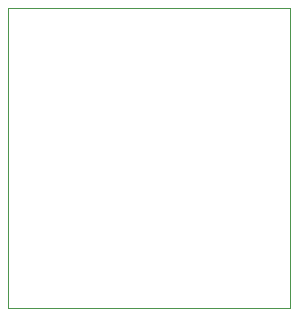
<source format=gbr>
%TF.GenerationSoftware,KiCad,Pcbnew,(6.0.7)*%
%TF.CreationDate,2022-09-08T10:14:31+02:00*%
%TF.ProjectId,esp8266_KiCAD,65737038-3236-4365-9f4b-694341442e6b,rev?*%
%TF.SameCoordinates,Original*%
%TF.FileFunction,Profile,NP*%
%FSLAX46Y46*%
G04 Gerber Fmt 4.6, Leading zero omitted, Abs format (unit mm)*
G04 Created by KiCad (PCBNEW (6.0.7)) date 2022-09-08 10:14:31*
%MOMM*%
%LPD*%
G01*
G04 APERTURE LIST*
%TA.AperFunction,Profile*%
%ADD10C,0.100000*%
%TD*%
G04 APERTURE END LIST*
D10*
X70262000Y-29650000D02*
X94138000Y-29650000D01*
X94138000Y-29650000D02*
X94138000Y-55050000D01*
X94138000Y-55050000D02*
X70262000Y-55050000D01*
X70262000Y-55050000D02*
X70262000Y-29650000D01*
M02*

</source>
